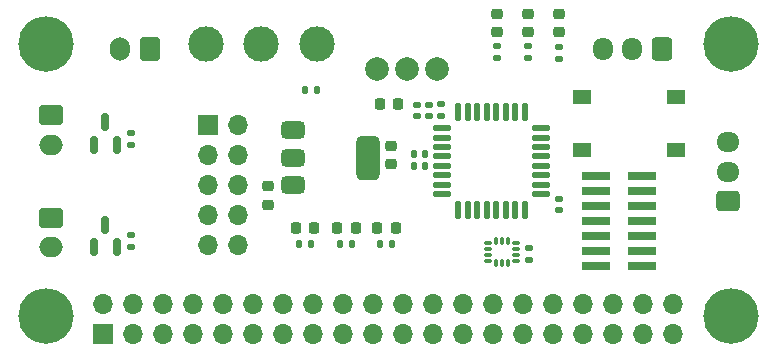
<source format=gbr>
%TF.GenerationSoftware,KiCad,Pcbnew,8.0.1-8.0.1-1~ubuntu22.04.1*%
%TF.CreationDate,2024-04-04T08:17:27+02:00*%
%TF.ProjectId,Ingenuity,496e6765-6e75-4697-9479-2e6b69636164,rev?*%
%TF.SameCoordinates,Original*%
%TF.FileFunction,Soldermask,Top*%
%TF.FilePolarity,Negative*%
%FSLAX46Y46*%
G04 Gerber Fmt 4.6, Leading zero omitted, Abs format (unit mm)*
G04 Created by KiCad (PCBNEW 8.0.1-8.0.1-1~ubuntu22.04.1) date 2024-04-04 08:17:27*
%MOMM*%
%LPD*%
G01*
G04 APERTURE LIST*
G04 Aperture macros list*
%AMRoundRect*
0 Rectangle with rounded corners*
0 $1 Rounding radius*
0 $2 $3 $4 $5 $6 $7 $8 $9 X,Y pos of 4 corners*
0 Add a 4 corners polygon primitive as box body*
4,1,4,$2,$3,$4,$5,$6,$7,$8,$9,$2,$3,0*
0 Add four circle primitives for the rounded corners*
1,1,$1+$1,$2,$3*
1,1,$1+$1,$4,$5*
1,1,$1+$1,$6,$7*
1,1,$1+$1,$8,$9*
0 Add four rect primitives between the rounded corners*
20,1,$1+$1,$2,$3,$4,$5,0*
20,1,$1+$1,$4,$5,$6,$7,0*
20,1,$1+$1,$6,$7,$8,$9,0*
20,1,$1+$1,$8,$9,$2,$3,0*%
G04 Aperture macros list end*
%ADD10RoundRect,0.250000X0.600000X0.725000X-0.600000X0.725000X-0.600000X-0.725000X0.600000X-0.725000X0*%
%ADD11O,1.700000X1.950000*%
%ADD12RoundRect,0.140000X0.170000X-0.140000X0.170000X0.140000X-0.170000X0.140000X-0.170000X-0.140000X0*%
%ADD13RoundRect,0.135000X-0.135000X-0.185000X0.135000X-0.185000X0.135000X0.185000X-0.135000X0.185000X0*%
%ADD14RoundRect,0.250000X0.600000X0.750000X-0.600000X0.750000X-0.600000X-0.750000X0.600000X-0.750000X0*%
%ADD15O,1.700000X2.000000*%
%ADD16RoundRect,0.087500X-0.225000X-0.087500X0.225000X-0.087500X0.225000X0.087500X-0.225000X0.087500X0*%
%ADD17RoundRect,0.087500X-0.087500X-0.225000X0.087500X-0.225000X0.087500X0.225000X-0.087500X0.225000X0*%
%ADD18RoundRect,0.218750X-0.218750X-0.256250X0.218750X-0.256250X0.218750X0.256250X-0.218750X0.256250X0*%
%ADD19RoundRect,0.135000X0.185000X-0.135000X0.185000X0.135000X-0.185000X0.135000X-0.185000X-0.135000X0*%
%ADD20C,4.700000*%
%ADD21RoundRect,0.135000X-0.185000X0.135000X-0.185000X-0.135000X0.185000X-0.135000X0.185000X0.135000X0*%
%ADD22R,1.550000X1.300000*%
%ADD23RoundRect,0.135000X0.135000X0.185000X-0.135000X0.185000X-0.135000X-0.185000X0.135000X-0.185000X0*%
%ADD24C,3.000000*%
%ADD25RoundRect,0.225000X0.250000X-0.225000X0.250000X0.225000X-0.250000X0.225000X-0.250000X-0.225000X0*%
%ADD26RoundRect,0.150000X0.150000X-0.587500X0.150000X0.587500X-0.150000X0.587500X-0.150000X-0.587500X0*%
%ADD27RoundRect,0.140000X-0.170000X0.140000X-0.170000X-0.140000X0.170000X-0.140000X0.170000X0.140000X0*%
%ADD28RoundRect,0.250000X-0.750000X0.600000X-0.750000X-0.600000X0.750000X-0.600000X0.750000X0.600000X0*%
%ADD29O,2.000000X1.700000*%
%ADD30R,1.700000X1.700000*%
%ADD31O,1.700000X1.700000*%
%ADD32C,2.000000*%
%ADD33RoundRect,0.218750X-0.256250X0.218750X-0.256250X-0.218750X0.256250X-0.218750X0.256250X0.218750X0*%
%ADD34RoundRect,0.225000X-0.225000X-0.250000X0.225000X-0.250000X0.225000X0.250000X-0.225000X0.250000X0*%
%ADD35RoundRect,0.250000X0.725000X-0.600000X0.725000X0.600000X-0.725000X0.600000X-0.725000X-0.600000X0*%
%ADD36O,1.950000X1.700000*%
%ADD37RoundRect,0.140000X0.140000X0.170000X-0.140000X0.170000X-0.140000X-0.170000X0.140000X-0.170000X0*%
%ADD38R,2.400000X0.740000*%
%ADD39RoundRect,0.375000X-0.625000X-0.375000X0.625000X-0.375000X0.625000X0.375000X-0.625000X0.375000X0*%
%ADD40RoundRect,0.500000X-0.500000X-1.400000X0.500000X-1.400000X0.500000X1.400000X-0.500000X1.400000X0*%
%ADD41RoundRect,0.125000X-0.625000X-0.125000X0.625000X-0.125000X0.625000X0.125000X-0.625000X0.125000X0*%
%ADD42RoundRect,0.125000X-0.125000X-0.625000X0.125000X-0.625000X0.125000X0.625000X-0.125000X0.625000X0*%
%ADD43RoundRect,0.225000X-0.250000X0.225000X-0.250000X-0.225000X0.250000X-0.225000X0.250000X0.225000X0*%
G04 APERTURE END LIST*
D10*
%TO.C,J4*%
X201600000Y-50400000D03*
D11*
X199100000Y-50400000D03*
X196600000Y-50400000D03*
%TD*%
D12*
%TO.C,C9*%
X190350000Y-68230000D03*
X190350000Y-67270000D03*
%TD*%
D13*
%TO.C,R3*%
X170890000Y-66900000D03*
X171910000Y-66900000D03*
%TD*%
D14*
%TO.C,J1*%
X158250000Y-50400000D03*
D15*
X155750000Y-50400000D03*
%TD*%
D16*
%TO.C,U4*%
X186925000Y-66850000D03*
X186925000Y-67350000D03*
X186925000Y-67850000D03*
X186925000Y-68350000D03*
D17*
X187587500Y-68512500D03*
X188087500Y-68512500D03*
X188587500Y-68512500D03*
D16*
X189250000Y-68350000D03*
X189250000Y-67850000D03*
X189250000Y-67350000D03*
X189250000Y-66850000D03*
D17*
X188587500Y-66687500D03*
X188087500Y-66687500D03*
X187587500Y-66687500D03*
%TD*%
D18*
%TO.C,D2*%
X170612500Y-65600000D03*
X172187500Y-65600000D03*
%TD*%
D19*
%TO.C,R6*%
X192910000Y-51220000D03*
X192910000Y-50200000D03*
%TD*%
D12*
%TO.C,C2*%
X180900000Y-56080000D03*
X180900000Y-55120000D03*
%TD*%
D20*
%TO.C,H3*%
X149500000Y-73000000D03*
%TD*%
D21*
%TO.C,R9*%
X156700000Y-66190000D03*
X156700000Y-67210000D03*
%TD*%
D22*
%TO.C,SW2*%
X202775000Y-58950000D03*
X194825000Y-58950000D03*
X202775000Y-54450000D03*
X194825000Y-54450000D03*
%TD*%
D23*
%TO.C,R1*%
X172410000Y-53900000D03*
X171390000Y-53900000D03*
%TD*%
D19*
%TO.C,R2*%
X187700000Y-51200000D03*
X187700000Y-50180000D03*
%TD*%
D12*
%TO.C,C6*%
X181900000Y-56080000D03*
X181900000Y-55120000D03*
%TD*%
D19*
%TO.C,R8*%
X182900000Y-56100000D03*
X182900000Y-55080000D03*
%TD*%
D24*
%TO.C,SW1*%
X172400000Y-50000000D03*
X167700000Y-50000000D03*
X163000000Y-50000000D03*
%TD*%
D25*
%TO.C,C7*%
X168300000Y-63575000D03*
X168300000Y-62025000D03*
%TD*%
D26*
%TO.C,Q1*%
X153550000Y-67200000D03*
X155450000Y-67200000D03*
X154500000Y-65325000D03*
%TD*%
D19*
%TO.C,R4*%
X190300000Y-51200000D03*
X190300000Y-50180000D03*
%TD*%
D27*
%TO.C,C3*%
X192900000Y-63100000D03*
X192900000Y-64060000D03*
%TD*%
D28*
%TO.C,J6*%
X149900000Y-64700000D03*
D29*
X149900000Y-67200000D03*
%TD*%
D30*
%TO.C,J3*%
X154340000Y-74500000D03*
D31*
X154340000Y-71960000D03*
X156880000Y-74500000D03*
X156880000Y-71960000D03*
X159420000Y-74500000D03*
X159420000Y-71960000D03*
X161960000Y-74500000D03*
X161960000Y-71960000D03*
X164500000Y-74500000D03*
X164500000Y-71960000D03*
X167040000Y-74500000D03*
X167040000Y-71960000D03*
X169580000Y-74500000D03*
X169580000Y-71960000D03*
X172120000Y-74500000D03*
X172120000Y-71960000D03*
X174660000Y-74500000D03*
X174660000Y-71960000D03*
X177200000Y-74500000D03*
X177200000Y-71960000D03*
X179740000Y-74500000D03*
X179740000Y-71960000D03*
X182280000Y-74500000D03*
X182280000Y-71960000D03*
X184820000Y-74500000D03*
X184820000Y-71960000D03*
X187360000Y-74500000D03*
X187360000Y-71960000D03*
X189900000Y-74500000D03*
X189900000Y-71960000D03*
X192440000Y-74500000D03*
X192440000Y-71960000D03*
X194980000Y-74500000D03*
X194980000Y-71960000D03*
X197520000Y-74500000D03*
X197520000Y-71960000D03*
X200060000Y-74500000D03*
X200060000Y-71960000D03*
X202600000Y-74500000D03*
X202600000Y-71960000D03*
%TD*%
D32*
%TO.C,U1*%
X177460000Y-52125000D03*
X180000000Y-52125000D03*
X182540000Y-52125000D03*
%TD*%
D33*
%TO.C,D5*%
X192900000Y-47412500D03*
X192900000Y-48987500D03*
%TD*%
D26*
%TO.C,Q2*%
X153550000Y-58500000D03*
X155450000Y-58500000D03*
X154500000Y-56625000D03*
%TD*%
D34*
%TO.C,C1*%
X177725000Y-55100000D03*
X179275000Y-55100000D03*
%TD*%
D13*
%TO.C,R5*%
X174380000Y-66900000D03*
X175400000Y-66900000D03*
%TD*%
D35*
%TO.C,J5*%
X207200000Y-63300000D03*
D36*
X207200000Y-60800000D03*
X207200000Y-58300000D03*
%TD*%
D18*
%TO.C,D6*%
X177512500Y-65600000D03*
X179087500Y-65600000D03*
%TD*%
D20*
%TO.C,H2*%
X207500000Y-50000000D03*
%TD*%
D33*
%TO.C,D1*%
X187700000Y-47412500D03*
X187700000Y-48987500D03*
%TD*%
D13*
%TO.C,R7*%
X177790000Y-66900000D03*
X178810000Y-66900000D03*
%TD*%
D28*
%TO.C,J7*%
X149900000Y-56000000D03*
D29*
X149900000Y-58500000D03*
%TD*%
D33*
%TO.C,D3*%
X190300000Y-47412500D03*
X190300000Y-48987500D03*
%TD*%
D30*
%TO.C,J2*%
X163160000Y-56860000D03*
D31*
X165700000Y-56860000D03*
X163160000Y-59400000D03*
X165700000Y-59400000D03*
X163160000Y-61940000D03*
X165700000Y-61940000D03*
X163160000Y-64480000D03*
X165700000Y-64480000D03*
X163160000Y-67020000D03*
X165700000Y-67020000D03*
%TD*%
D37*
%TO.C,C5*%
X181580000Y-60300000D03*
X180620000Y-60300000D03*
%TD*%
D38*
%TO.C,J8*%
X199950000Y-68810000D03*
X196050000Y-68810000D03*
X199950000Y-67540000D03*
X196050000Y-67540000D03*
X199950000Y-66270000D03*
X196050000Y-66270000D03*
X199950000Y-65000000D03*
X196050000Y-65000000D03*
X199950000Y-63730000D03*
X196050000Y-63730000D03*
X199950000Y-62460000D03*
X196050000Y-62460000D03*
X199950000Y-61190000D03*
X196050000Y-61190000D03*
%TD*%
D39*
%TO.C,U3*%
X170400000Y-57300000D03*
X170400000Y-59600000D03*
D40*
X176700000Y-59600000D03*
D39*
X170400000Y-61900000D03*
%TD*%
D41*
%TO.C,U2*%
X183025000Y-57100000D03*
X183025000Y-57900000D03*
X183025000Y-58700000D03*
X183025000Y-59500000D03*
X183025000Y-60300000D03*
X183025000Y-61100000D03*
X183025000Y-61900000D03*
X183025000Y-62700000D03*
D42*
X184400000Y-64075000D03*
X185200000Y-64075000D03*
X186000000Y-64075000D03*
X186800000Y-64075000D03*
X187600000Y-64075000D03*
X188400000Y-64075000D03*
X189200000Y-64075000D03*
X190000000Y-64075000D03*
D41*
X191375000Y-62700000D03*
X191375000Y-61900000D03*
X191375000Y-61100000D03*
X191375000Y-60300000D03*
X191375000Y-59500000D03*
X191375000Y-58700000D03*
X191375000Y-57900000D03*
X191375000Y-57100000D03*
D42*
X190000000Y-55725000D03*
X189200000Y-55725000D03*
X188400000Y-55725000D03*
X187600000Y-55725000D03*
X186800000Y-55725000D03*
X186000000Y-55725000D03*
X185200000Y-55725000D03*
X184400000Y-55725000D03*
%TD*%
D21*
%TO.C,R10*%
X156700000Y-57490000D03*
X156700000Y-58510000D03*
%TD*%
D20*
%TO.C,H4*%
X207500000Y-73000000D03*
%TD*%
D43*
%TO.C,C8*%
X178700000Y-58625000D03*
X178700000Y-60175000D03*
%TD*%
D20*
%TO.C,H1*%
X149500000Y-50000000D03*
%TD*%
D37*
%TO.C,C4*%
X181580000Y-59300000D03*
X180620000Y-59300000D03*
%TD*%
D18*
%TO.C,D4*%
X174112500Y-65600000D03*
X175687500Y-65600000D03*
%TD*%
M02*

</source>
